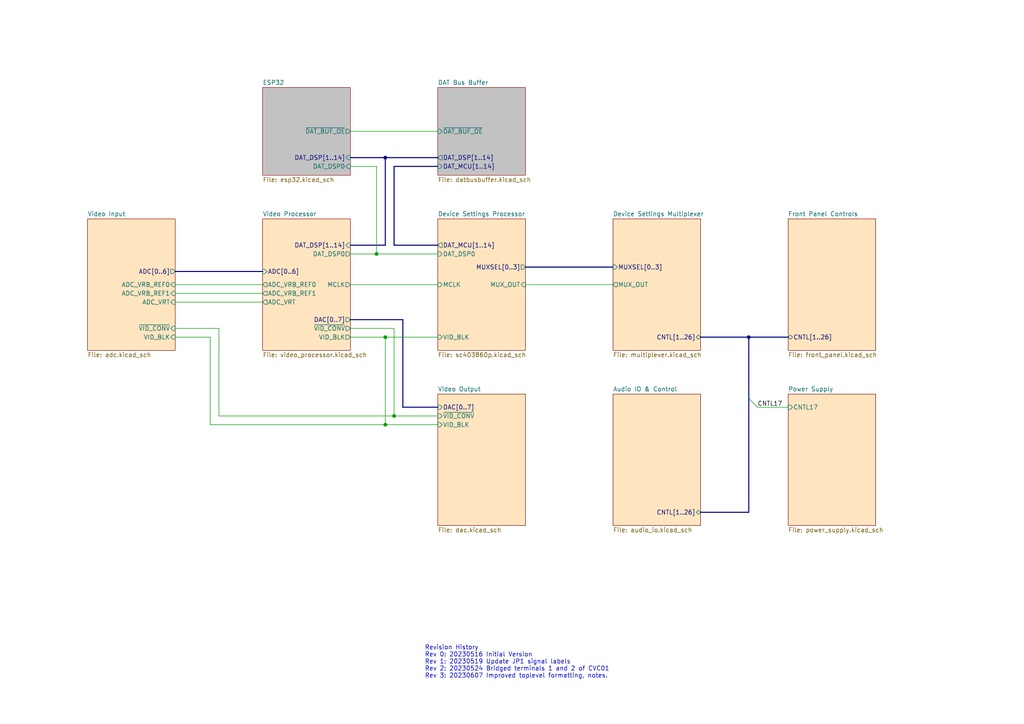
<source format=kicad_sch>
(kicad_sch (version 20211123) (generator eeschema)
  (paper "A4")
  (title_block (title "Videonics Processor Plus PP-1 NTSC - Modded") (date "2023-05-24") (rev "3") (company "E Tracy"))
  (lib_symbols)
  (junction (at 111.76 45.72))
  (junction (at 111.76 123.19))
  (junction (at 217.17 97.79))
  (junction (at 114.3 120.65))
  (junction (at 111.76 97.79))
  (junction (at 109.22 73.66))
  (bus_entry (at 217.17 115.57) (size 2.54 2.54))
  (wire (pts (xy 101.6 97.79) (xy 111.76 97.79)))
  (bus (pts (xy 203.2 97.79) (xy 217.17 97.79)))
  (wire (pts (xy 63.5 120.65) (xy 114.3 120.65)))
  (wire (pts (xy 50.8 85.09) (xy 76.2 85.09)))
  (wire (pts (xy 152.4 82.55) (xy 177.8 82.55)))
  (wire (pts (xy 114.3 95.25) (xy 114.3 120.65)))
  (bus (pts (xy 111.76 45.72) (xy 111.76 71.12)))
  (bus (pts (xy 217.17 115.57) (xy 217.17 97.79)))
  (wire (pts (xy 101.6 82.55) (xy 127 82.55)))
  (bus (pts (xy 101.6 45.72) (xy 111.76 45.72)))
  (wire (pts (xy 114.3 120.65) (xy 127 120.65)))
  (wire (pts (xy 60.96 123.19) (xy 111.76 123.19)))
  (wire (pts (xy 60.96 97.79) (xy 60.96 123.19)))
  (wire (pts (xy 101.6 73.66) (xy 109.22 73.66)))
  (wire (pts (xy 109.22 73.66) (xy 127 73.66)))
  (wire (pts (xy 101.6 48.26) (xy 109.22 48.26)))
  (bus (pts (xy 50.8 78.74) (xy 76.2 78.74)))
  (bus (pts (xy 111.76 45.72) (xy 127 45.72)))
  (wire (pts (xy 50.8 82.55) (xy 76.2 82.55)))
  (wire (pts (xy 219.71 118.11) (xy 228.6 118.11)))
  (wire (pts (xy 50.8 87.63) (xy 76.2 87.63)))
  (bus (pts (xy 114.3 48.26) (xy 127 48.26)))
  (bus (pts (xy 127 71.12) (xy 114.3 71.12)))
  (wire (pts (xy 50.8 95.25) (xy 63.5 95.25)))
  (wire (pts (xy 101.6 38.1) (xy 127 38.1)))
  (wire (pts (xy 111.76 123.19) (xy 127 123.19)))
  (wire (pts (xy 111.76 97.79) (xy 127 97.79)))
  (bus (pts (xy 217.17 97.79) (xy 228.6 97.79)))
  (wire (pts (xy 109.22 48.26) (xy 109.22 73.66)))
  (bus (pts (xy 101.6 71.12) (xy 111.76 71.12)))
  (bus (pts (xy 152.4 77.47) (xy 177.8 77.47)))
  (bus (pts (xy 217.17 148.59) (xy 217.17 115.57)))
  (bus (pts (xy 114.3 71.12) (xy 114.3 48.26)))
  (wire (pts (xy 63.5 95.25) (xy 63.5 120.65)))
  (bus (pts (xy 116.84 118.11) (xy 127 118.11)))
  (bus (pts (xy 203.2 148.59) (xy 217.17 148.59)))
  (wire (pts (xy 111.76 97.79) (xy 111.76 123.19)))
  (wire (pts (xy 101.6 95.25) (xy 114.3 95.25)))
  (bus (pts (xy 116.84 92.71) (xy 116.84 118.11)))
  (bus (pts (xy 101.6 92.71) (xy 116.84 92.71)))
  (wire (pts (xy 50.8 97.79) (xy 60.96 97.79)))
  (text "Revision History\nRev 0: 20230516 Initial Version\nRev 1: 20230519 Update JP1 signal labels\nRev 2: 20230524 Bridged terminals 1 and 2 of CVC01\nRev 3: 20230607 Improved toplevel formatting, notes." (at 123.19 196.85 0) (effects (font (size 1.27 1.27)) (justify left bottom)))
  (label "CNTL17" (at 219.71 118.11 0))
  (sheet (at 177.8 63.5) (size 25.4 38.1) (stroke (width 0.1524)) (fill (color 255 229 191 1.0000))
    (property "Sheet name" "Device Settings Multiplexer" (at 177.8 62.7884 0) (effects (justify left bottom)))
    (property "Sheet file" "multiplexer.kicad_sch" (at 177.8 102.1846 0) (effects (justify left top)))
    (pin "MUXSEL[0..3]" input (at 177.8 77.47 180))
    (pin "CNTL[1..26]" bidirectional (at 203.2 97.79 0))
    (pin "MUX_OUT" output (at 177.8 82.55 180))
  )
  (sheet (at 127 25.4) (size 25.4 25.4) (stroke (width 0.1524)) (fill (color 194 194 194 1.0000))
    (property "Sheet name" "DAT Bus Buffer" (at 127 24.6884 0) (effects (justify left bottom)))
    (property "Sheet file" "datbusbuffer.kicad_sch" (at 127 51.3846 0) (effects (justify left top)))
    (pin "DAT_DSP[1..14]" output (at 127 45.72 180))
    (pin "~{DAT_BUF_OE}" input (at 127 38.1 180))
    (pin "DAT_MCU[1..14]" input (at 127 48.26 180))
  )
  (sheet (at 127 63.5) (size 25.4 38.1) (stroke (width 0.1524)) (fill (color 255 229 191 1.0000))
    (property "Sheet name" "Device Settings Processor" (at 127 62.7884 0) (effects (justify left bottom)))
    (property "Sheet file" "sc403860p.kicad_sch" (at 127 102.1846 0) (effects (justify left top)))
    (pin "MUXSEL[0..3]" output (at 152.4 77.47 0))
    (pin "MCLK" input (at 127 82.55 180))
    (pin "MUX_OUT" input (at 152.4 82.55 0))
    (pin "VID_BLK" input (at 127 97.79 180))
    (pin "DAT_DSP0" input (at 127 73.66 180))
    (pin "DAT_MCU[1..14]" output (at 127 71.12 180))
  )
  (sheet (at 177.8 114.3) (size 25.4 38.1) (stroke (width 0.1524)) (fill (color 255 229 191 1.0000))
    (property "Sheet name" "Audio IO & Control" (at 177.8 113.5884 0) (effects (justify left bottom)))
    (property "Sheet file" "audio_io.kicad_sch" (at 177.8 152.9846 0) (effects (justify left top)))
    (pin "CNTL[1..26]" bidirectional (at 203.2 148.59 0))
  )
  (sheet (at 228.6 114.3) (size 25.4 38.1) (stroke (width 0.1524)) (fill (color 255 229 191 1.0000))
    (property "Sheet name" "Power Supply" (at 228.6 113.5884 0) (effects (justify left bottom)))
    (property "Sheet file" "power_supply.kicad_sch" (at 228.6 152.9846 0) (effects (justify left top)))
    (pin "CNTL17" input (at 228.6 118.11 180))
  )
  (sheet (at 76.2 25.4) (size 25.4 25.4) (stroke (width 0.1524)) (fill (color 194 194 194 1.0000))
    (property "Sheet name" "ESP32" (at 76.2 24.6884 0) (effects (justify left bottom)))
    (property "Sheet file" "esp32.kicad_sch" (at 76.2 51.3846 0) (effects (justify left top)))
    (pin "DAT_DSP0" input (at 101.6 48.26 0))
    (pin "~{DAT_BUF_OE}" output (at 101.6 38.1 0))
    (pin "DAT_DSP[1..14]" input (at 101.6 45.72 0))
  )
  (sheet (at 228.6 63.5) (size 25.4 38.1) (stroke (width 0.1524)) (fill (color 255 229 191 1.0000))
    (property "Sheet name" "Front Panel Controls" (at 228.6 62.7884 0) (effects (justify left bottom)))
    (property "Sheet file" "front_panel.kicad_sch" (at 228.6 102.1846 0) (effects (justify left top)))
    (pin "CNTL[1..26]" bidirectional (at 228.6 97.79 180))
  )
  (sheet (at 127 114.3) (size 25.4 38.1) (stroke (width 0.1524)) (fill (color 255 229 191 1.0000))
    (property "Sheet name" "Video Output" (at 127 113.5884 0) (effects (justify left bottom)))
    (property "Sheet file" "dac.kicad_sch" (at 127 152.9846 0) (effects (justify left top)))
    (pin "~{VID_CONV}" input (at 127 120.65 180))
    (pin "DAC[0..7]" input (at 127 118.11 180))
    (pin "VID_BLK" input (at 127 123.19 180))
  )
  (sheet (at 25.4 63.5) (size 25.4 38.1) (stroke (width 0.1524)) (fill (color 255 229 191 1.0000))
    (property "Sheet name" "Video Input" (at 25.4 62.7884 0) (effects (justify left bottom)))
    (property "Sheet file" "adc.kicad_sch" (at 25.4 102.1846 0) (effects (justify left top)))
    (pin "VID_BLK" input (at 50.8 97.79 0))
    (pin "~{VID_CONV}" input (at 50.8 95.25 0))
    (pin "ADC[0..6]" output (at 50.8 78.74 0))
    (pin "ADC_VRT" input (at 50.8 87.63 0))
    (pin "ADC_VRB_REF1" input (at 50.8 85.09 0))
    (pin "ADC_VRB_REF0" input (at 50.8 82.55 0))
  )
  (sheet (at 76.2 63.5) (size 25.4 38.1) (stroke (width 0.1524)) (fill (color 255 229 191 1.0000))
    (property "Sheet name" "Video Processor" (at 76.2 62.7884 0) (effects (justify left bottom)))
    (property "Sheet file" "video_processor.kicad_sch" (at 76.2 102.1846 0) (effects (justify left top)))
    (pin "MCLK" output (at 101.6 82.55 0))
    (pin "~{VID_CONV}" output (at 101.6 95.25 0))
    (pin "DAC[0..7]" output (at 101.6 92.71 0))
    (pin "VID_BLK" output (at 101.6 97.79 0))
    (pin "ADC[0..6]" input (at 76.2 78.74 180))
    (pin "ADC_VRT" output (at 76.2 87.63 180))
    (pin "ADC_VRB_REF0" output (at 76.2 82.55 180))
    (pin "ADC_VRB_REF1" output (at 76.2 85.09 180))
    (pin "DAT_DSP0" output (at 101.6 73.66 0))
    (pin "DAT_DSP[1..14]" input (at 101.6 71.12 0))
  )
)
</source>
